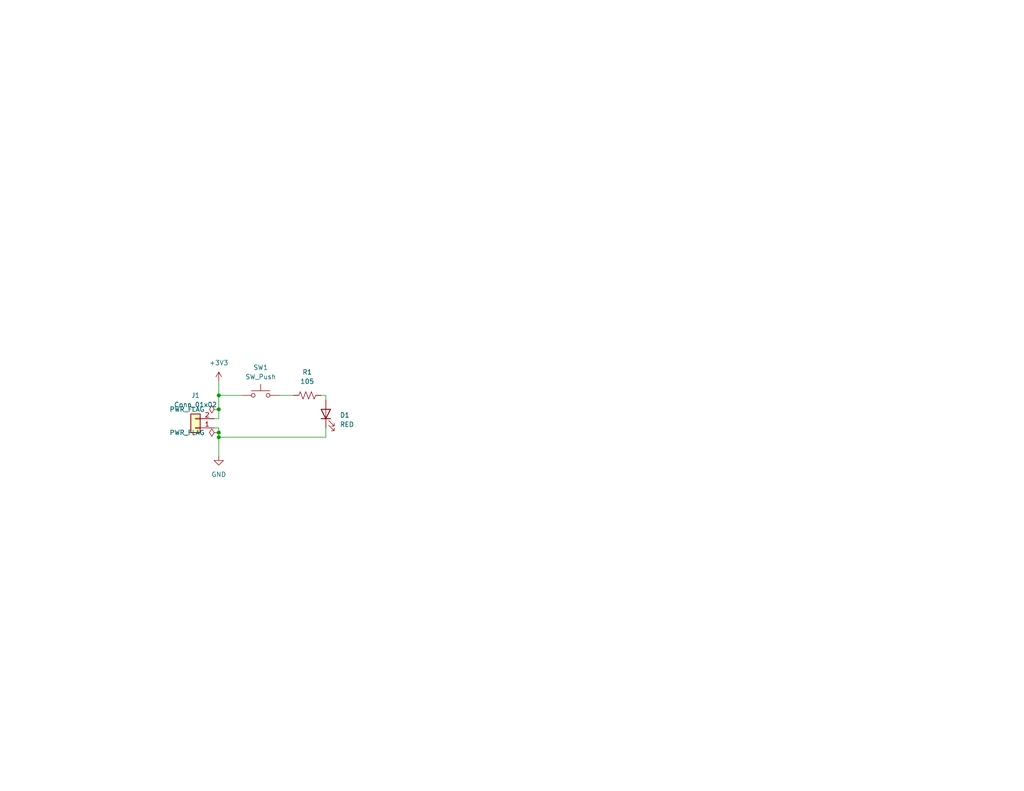
<source format=kicad_sch>
(kicad_sch (version 20231120) (generator "eeschema") (generator_version "8.0")
  (paper "USLetter")
  (title_block (title "Proj 1") (date "2024-10-09") (rev "1.0") (company "Illini Solar Car") (comment 1 "Designed By: Yaocheng Zou"))
  (lib_symbols
    (symbol "Connector_Generic:Conn_01x02" (pin_names (offset 1.016) hide)
      (property "Reference" "J" (at 0 2.54 0))
      (property "Value" "Conn_01x02" (at 0 -5.08 0))
      (symbol "Conn_01x02_1_1"
        (rectangle (start -1.27 -2.413) (end 0 -2.667) (stroke (width 0.1524)))
        (rectangle (start -1.27 0.127) (end 0 -0.127) (stroke (width 0.1524)))
        (rectangle (start -1.27 1.27) (end 1.27 -3.81) (stroke (width 0.254)) (fill (type background)))
        (pin passive line (at -5.08 0 0) (length 3.81) (name "Pin_1") (number "1"))
        (pin passive line (at -5.08 -2.54 0) (length 3.81) (name "Pin_2") (number "2"))
      )
    )
    (symbol "Device:R_US" (pin_numbers hide) (pin_names (offset 0))
      (property "Reference" "R" (at 2.54 0 90))
      (property "Value" "R_US" (at -2.54 0 90))
      (symbol "R_US_0_1"
        (polyline (pts (xy 0 -2.286) (xy 0 -2.54)))
        (polyline (pts (xy 0 2.286) (xy 0 2.54)))
        (polyline (pts (xy 0 -0.762) (xy 1.016 -1.143) (xy 0 -1.524) (xy -1.016 -1.905) (xy 0 -2.286)))
        (polyline (pts (xy 0 0.762) (xy 1.016 0.381) (xy 0 0) (xy -1.016 -0.381) (xy 0 -0.762)))
        (polyline (pts (xy 0 2.286) (xy 1.016 1.905) (xy 0 1.524) (xy -1.016 1.143) (xy 0 0.762)))
      )
      (symbol "R_US_1_1"
        (pin passive line (at 0 3.81 270) (length 1.27) (name "~") (number "1"))
        (pin passive line (at 0 -3.81 90) (length 1.27) (name "~") (number "2"))
      )
    )
    (symbol "Switch:SW_Push" (pin_numbers hide) (pin_names (offset 1.016) hide)
      (property "Reference" "SW" (at 1.27 2.54 0))
      (property "Value" "SW_Push" (at 0 -1.524 0))
      (symbol "SW_Push_0_1"
        (circle (center -2.032 0) (radius 0.508))
        (polyline (pts (xy 0 1.27) (xy 0 3.048)))
        (polyline (pts (xy 2.54 1.27) (xy -2.54 1.27)))
        (circle (center 2.032 0) (radius 0.508))
        (pin passive line (at -5.08 0 0) (length 2.54) (name "1") (number "1"))
        (pin passive line (at 5.08 0 180) (length 2.54) (name "2") (number "2"))
      )
    )
    (symbol "device:LED" (pin_numbers hide) (pin_names (offset 1.016) hide)
      (property "Reference" "D" (at 0 2.54 0))
      (property "Value" "LED" (at 0 -2.54 0))
      (symbol "LED_0_1"
        (polyline (pts (xy -1.27 -1.27) (xy -1.27 1.27)) (stroke (width 0.254)))
        (polyline (pts (xy -1.27 0) (xy 1.27 0)))
        (polyline (pts (xy 1.27 -1.27) (xy 1.27 1.27) (xy -1.27 0) (xy 1.27 -1.27)) (stroke (width 0.254)))
        (polyline (pts (xy -3.048 -0.762) (xy -4.572 -2.286) (xy -3.81 -2.286) (xy -4.572 -2.286) (xy -4.572 -1.524)))
        (polyline (pts (xy -1.778 -0.762) (xy -3.302 -2.286) (xy -2.54 -2.286) (xy -3.302 -2.286) (xy -3.302 -1.524)))
      )
      (symbol "LED_1_1"
        (pin passive line (at -3.81 0 0) (length 2.54) (name "K") (number "1"))
        (pin passive line (at 3.81 0 180) (length 2.54) (name "A") (number "2"))
      )
    )
    (symbol "power:+3V3" (power) (pin_names (offset 0))
      (property "Value" "+3V3" (at 0 3.556 0))
      (symbol "+3V3_0_1"
        (polyline (pts (xy -0.762 1.27) (xy 0 2.54)))
        (polyline (pts (xy 0 0) (xy 0 2.54)))
        (polyline (pts (xy 0 2.54) (xy 0.762 1.27)))
      )
      (symbol "+3V3_1_1"
        (pin power_in line (at 0 0 90) (length 0) hide (name "+3V3") (number "1"))
      )
    )
    (symbol "power:GND" (power) (pin_names (offset 0))
      (property "Value" "GND" (at 0 -3.81 0))
      (symbol "GND_0_1"
        (polyline (pts (xy 0 0) (xy 0 -1.27) (xy 1.27 -1.27) (xy 0 -2.54) (xy -1.27 -1.27) (xy 0 -1.27)))
      )
      (symbol "GND_1_1"
        (pin power_in line (at 0 0 270) (length 0) hide (name "GND") (number "1"))
      )
    )
    (symbol "power:PWR_FLAG" (power) (pin_numbers hide) (pin_names (offset 0) hide)
      (property "Value" "PWR_FLAG" (at 0 3.81 0))
      (symbol "PWR_FLAG_0_0"
        (pin power_out line (at 0 0 90) (length 0) (name "pwr") (number "1"))
      )
      (symbol "PWR_FLAG_0_1"
        (polyline (pts (xy 0 0) (xy 0 1.27) (xy -1.016 1.905) (xy 0 2.54) (xy 1.016 1.905) (xy 0 1.27)))
      )
    )
  )
  (junction (at 59.69 118.11))
  (junction (at 59.69 107.95))
  (junction (at 59.69 111.76))
  (junction (at 59.69 119.38))
  (wire (pts (xy 59.69 118.11) (xy 59.69 119.38)))
  (wire (pts (xy 76.2 107.95) (xy 80.01 107.95)))
  (wire (pts (xy 88.9 107.95) (xy 88.9 109.22)))
  (wire (pts (xy 59.69 114.3) (xy 59.69 111.76)))
  (wire (pts (xy 87.63 107.95) (xy 88.9 107.95)))
  (wire (pts (xy 58.42 116.84) (xy 59.69 116.84)))
  (wire (pts (xy 58.42 114.3) (xy 59.69 114.3)))
  (wire (pts (xy 59.69 111.76) (xy 59.69 107.95)))
  (wire (pts (xy 59.69 116.84) (xy 59.69 118.11)))
  (wire (pts (xy 88.9 116.84) (xy 88.9 119.38)))
  (wire (pts (xy 59.69 107.95) (xy 59.69 104.14)))
  (wire (pts (xy 59.69 119.38) (xy 59.69 124.46)))
  (wire (pts (xy 59.69 107.95) (xy 66.04 107.95)))
  (wire (pts (xy 59.69 119.38) (xy 88.9 119.38)))
  (symbol (lib_id "power:+3V3") (at 59.69 104.14 0) (unit 1)
    (property "Reference" "#PWR01" (effects (hide yes)))
    (property "Value" "+3V3" (at 59.69 99.06 0))
    (property "Description" "Power symbol creates a global label with name \"+3V3\"" (effects (hide yes)))
  )
  (symbol (lib_id "power:PWR_FLAG") (at 59.69 111.76 90) (unit 1)
    (property "Reference" "#FLG01" (effects (hide yes)))
    (property "Value" "PWR_FLAG" (at 55.88 111.7599 90) (effects (justify left)))
    (property "Description" "Special symbol for telling ERC where power comes from" (effects (hide yes)))
  )
  (symbol (lib_id "Device:R_US") (at 83.82 107.95 270) (unit 1)
    (property "Reference" "R1" (at 83.82 101.6 90))
    (property "Value" "105" (at 83.82 104.14 90))
    (property "Footprint" "Resistor_SMD:R_0603_1608Metric_Pad0.98x0.95mm_HandSolder" (effects (hide yes)))
    (property "Description" "Resistor, US symbol" (effects (hide yes)))
  )
  (symbol (lib_id "power:GND") (at 59.69 124.46 0) (unit 1)
    (property "Reference" "#PWR02" (effects (hide yes)))
    (property "Value" "GND" (at 59.69 129.54 0))
    (property "Description" "Power symbol creates a global label with name \"GND\" , ground" (effects (hide yes)))
  )
  (symbol (lib_id "Connector_Generic:Conn_01x02") (at 53.34 116.84 180) (unit 1)
    (property "Reference" "J1" (at 53.34 107.95 0))
    (property "Value" "Conn_01x02" (at 53.34 110.49 0))
    (property "Footprint" "Connector_Molex:Molex_KK-254_AE-6410-02A_1x02_P2.54mm_Vertical" (effects (hide yes)))
    (property "Datasheet" "https://www.youtube.com/redirect?event=video_description&redir_token=QUFFLUhqa1V0N2NoVVhXdUUySnNKOXl4ejB4YkY5dUhwd3xBQ3Jtc0ttVWIwYmxTNXN2Q2RaTjlDMHNsX0hSd1ZnNjFsSHBfVk0tY1d0QjQ0dGFSS1ZzNlE0R2dnd3VvN0p3UFl5SWY4LXI1TllfbGxLRkowZHM0QUNzSExEd1RoX1J6dG5RSnpXQ0J6RU5HOUJaWG5KRl9RZw&q=https%3A%2F%2Fwww.molex.com%2Fpdm_docs%2Fsd%2F022272021_sd.pdf&v=MJEWDFNcRlM" (effects (hide yes)))
    (property "Description" "Generic connector, single row, 01x02, script generated (kicad-library-utils/schlib/autogen/connector/)" (effects (hide yes)))
    (property "MPN" "022272021" (effects (hide yes)))
  )
  (symbol (lib_id "power:PWR_FLAG") (at 59.69 118.11 90) (unit 1)
    (property "Reference" "#FLG02" (effects (hide yes)))
    (property "Value" "PWR_FLAG" (at 55.88 118.1099 90) (effects (justify left)))
    (property "Description" "Special symbol for telling ERC where power comes from" (effects (hide yes)))
  )
  (symbol (lib_id "Switch:SW_Push") (at 71.12 107.95 0) (unit 1)
    (property "Reference" "SW1" (at 71.12 100.33 0))
    (property "Value" "SW_Push" (at 71.12 102.87 0))
    (property "Footprint" "Button_Switch_SMD:SW_DIP_SPSTx01_Slide_6.7x4.1mm_W8.61mm_P2.54mm_LowProfile" (effects (hide yes)))
    (property "Datasheet" "https://www.youtube.com/redirect?event=video_description&redir_token=QUFFLUhqa1lNLTk5SGFRZ251QmN3QjVBckhmWG1FckRmQXxBQ3Jtc0tuMWI5V1dJTEhGYWlycmFtcE9xT0gzMS0yRk1JNlBLZDNBdC10QW4yNDdSakdzVWh1S1FzUU9VNWJJMC1aV24tRFo2aEhLeWc1dkI1Y25jNFo2dHkyYzZMbzV6SjdQTEgyNmczdzF4M1VWMVJyelFpOA&q=https%3A%2F%2Fwww.digikey.com%2Fproduct-detail%2Fen%2Fte-connectivity-alcoswitch-switches%2F1825910-6%2F450-1650-ND%2F1632536%3Futm_adgroup%3DSupplier_TE%26utm_source%3Dgoogle%26utm_medium%3Dcpc%26utm_campaign%3DEN_Product_SKU_MBR%26utm_term%3D%252B1825910-6%26utm_content%3DSupplier_TE%26gclid%3DCj0KCQjwp4j6BRCRARIsAGq4yMGhBEsv1v5KcRzgW34aOMlPkoRB4A-7BCN08FfGaiq_Dk_nlKJ0QU8aAhZPEALw_wcB&v=MJEWDFNcRlM" (effects (hide yes)))
    (property "Description" "Push button switch, generic, two pins" (effects (hide yes)))
    (property "MPN" "1825910-6" (effects (hide yes)))
  )
  (symbol (lib_id "device:LED") (at 88.9 113.03 90) (unit 1)
    (property "Reference" "D1" (at 92.71 113.3474 90) (effects (justify right)))
    (property "Value" "RED" (at 92.71 115.8874 90) (effects (justify right)))
    (property "Footprint" "layout:LED_0603_Symbol_on_F.SilkS" (effects (hide yes)))
    (property "Description" "Light emitting diode" (effects (hide yes)))
  )
)
</source>
